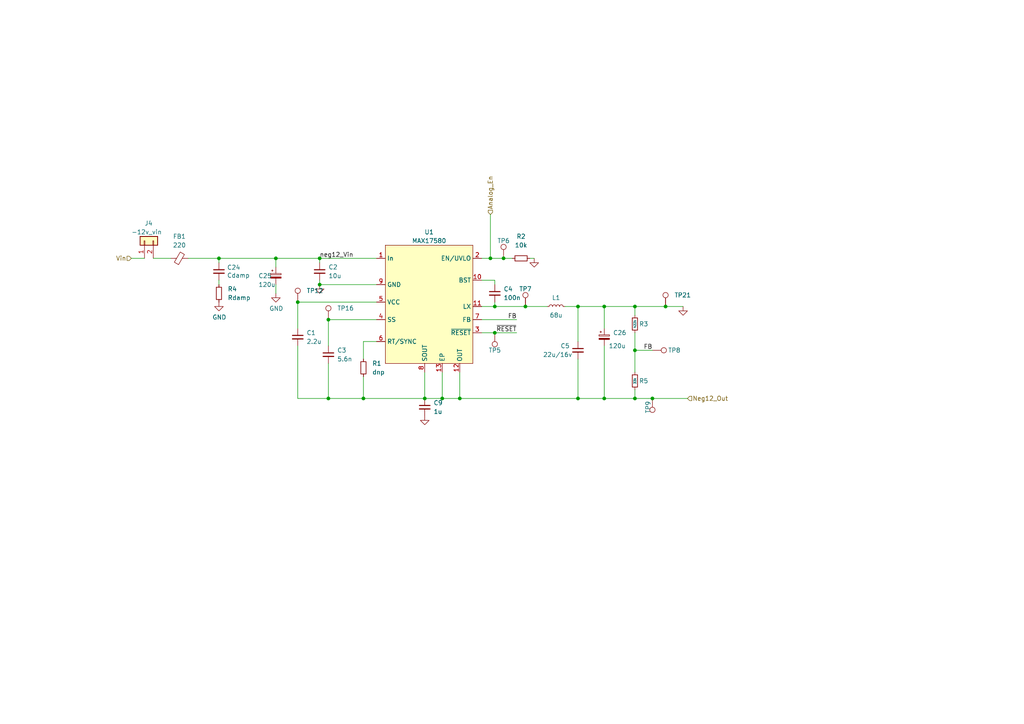
<source format=kicad_sch>
(kicad_sch (version 20211123) (generator eeschema)
  (paper "A4")
  (lib_symbols
    (symbol "Connector_Generic:Conn_01x02" (pin_names (offset 1.016) hide)
      (property "Reference" "J" (at 0 2.54 0))
      (property "Value" "Conn_01x02" (at 0 -5.08 0))
      (symbol "Conn_01x02_1_1"
        (rectangle (start -1.27 -2.413) (end 0 -2.667) (stroke (width 0.1524)))
        (rectangle (start -1.27 0.127) (end 0 -0.127) (stroke (width 0.1524)))
        (rectangle (start -1.27 1.27) (end 1.27 -3.81) (stroke (width 0.254)) (fill (type background)))
        (pin passive line (at -5.08 0 0) (length 3.81) (name "Pin_1") (number "1"))
        (pin passive line (at -5.08 -2.54 0) (length 3.81) (name "Pin_2") (number "2"))
      )
    )
    (symbol "Device:C_Polarized_Small" (pin_numbers hide) (pin_names (offset 0.254) hide)
      (property "Reference" "C" (at 0.254 1.778 0))
      (property "Value" "C_Polarized_Small" (at 0.254 -2.032 0))
      (symbol "C_Polarized_Small_0_1"
        (rectangle (start -1.524 -0.3048) (end 1.524 -0.6858) (fill (type outline)))
        (rectangle (start -1.524 0.6858) (end 1.524 0.3048))
        (polyline (pts (xy -1.27 1.524) (xy -0.762 1.524)))
        (polyline (pts (xy -1.016 1.27) (xy -1.016 1.778)))
      )
      (symbol "C_Polarized_Small_1_1"
        (pin passive line (at 0 2.54 270) (length 1.8542) (name "~") (number "1"))
        (pin passive line (at 0 -2.54 90) (length 1.8542) (name "~") (number "2"))
      )
    )
    (symbol "Device:C_Small" (pin_numbers hide) (pin_names (offset 0.254) hide)
      (property "Reference" "C" (at 0.254 1.778 0))
      (property "Value" "C_Small" (at 0.254 -2.032 0))
      (symbol "C_Small_0_1"
        (polyline (pts (xy -1.524 -0.508) (xy 1.524 -0.508)) (stroke (width 0.3302)))
        (polyline (pts (xy -1.524 0.508) (xy 1.524 0.508)) (stroke (width 0.3048)))
      )
      (symbol "C_Small_1_1"
        (pin passive line (at 0 2.54 270) (length 2.032) (name "~") (number "1"))
        (pin passive line (at 0 -2.54 90) (length 2.032) (name "~") (number "2"))
      )
    )
    (symbol "Device:FerriteBead_Small" (pin_numbers hide) (pin_names (offset 0))
      (property "Reference" "FB" (at 1.905 1.27 0))
      (property "Value" "FerriteBead_Small" (at 1.905 -1.27 0))
      (symbol "FerriteBead_Small_0_1"
        (polyline (pts (xy 0 -1.27) (xy 0 -0.7874)))
        (polyline (pts (xy 0 0.889) (xy 0 1.2954)))
        (polyline (pts (xy -1.8288 0.2794) (xy -1.1176 1.4986) (xy 1.8288 -0.2032) (xy 1.1176 -1.4224) (xy -1.8288 0.2794)))
      )
      (symbol "FerriteBead_Small_1_1"
        (pin passive line (at 0 2.54 270) (length 1.27) (name "~") (number "1"))
        (pin passive line (at 0 -2.54 90) (length 1.27) (name "~") (number "2"))
      )
    )
    (symbol "Device:L_Small" (pin_numbers hide) (pin_names (offset 0.254) hide)
      (property "Reference" "L" (at 0.762 1.016 0))
      (property "Value" "L_Small" (at 0.762 -1.016 0))
      (symbol "L_Small_0_1"
        (arc (start 0 -2.032) (mid 0.508 -1.524) (end 0 -1.016))
        (arc (start 0 -1.016) (mid 0.508 -0.508) (end 0 0))
        (arc (start 0 0) (mid 0.508 0.508) (end 0 1.016))
        (arc (start 0 1.016) (mid 0.508 1.524) (end 0 2.032))
      )
      (symbol "L_Small_1_1"
        (pin passive line (at 0 2.54 270) (length 0.508) (name "~") (number "1"))
        (pin passive line (at 0 -2.54 90) (length 0.508) (name "~") (number "2"))
      )
    )
    (symbol "My Library:C_0805" (pin_numbers hide) (pin_names (offset 0.254) hide)
      (property "Reference" "C" (at 0.254 1.778 0))
      (property "Value" "C_0805" (at 0.254 -2.032 0))
      (symbol "C_0805_0_1"
        (polyline (pts (xy -1.524 -0.508) (xy 1.524 -0.508)) (stroke (width 0.3302)))
        (polyline (pts (xy -1.524 0.508) (xy 1.524 0.508)) (stroke (width 0.3048)))
      )
      (symbol "C_0805_1_1"
        (pin passive line (at 0 2.54 270) (length 2.032) (name "~") (number "1"))
        (pin passive line (at 0 -2.54 90) (length 2.032) (name "~") (number "2"))
      )
    )
    (symbol "My Library:MAX17580"
      (property "Reference" "U1" (at 0 22.86 0))
      (property "Value" "MAX17580" (at 0 20.32 0))
      (symbol "MAX17580_0_1"
        (rectangle (start -12.7 19.05) (end 12.7 -15.24) (fill (type background)))
      )
      (symbol "MAX17580_1_1"
        (pin power_in line (at -15.24 15.24 0) (length 2.54) (name "In") (number "1"))
        (pin input line (at 15.24 8.89 180) (length 2.54) (name "BST") (number "10"))
        (pin output line (at 15.24 1.27 180) (length 2.54) (name "LX") (number "11"))
        (pin power_out line (at 8.89 -17.78 90) (length 2.54) (name "OUT") (number "12"))
        (pin power_in line (at 3.81 -17.78 90) (length 2.54) (name "EP") (number "13"))
        (pin input line (at 15.24 15.24 180) (length 2.54) (name "EN/UVLO") (number "2"))
        (pin output line (at 15.24 -6.35 180) (length 2.54) (name "~{RESET}") (number "3"))
        (pin power_out line (at -15.24 -2.54 0) (length 2.54) (name "SS") (number "4"))
        (pin power_in line (at -15.24 2.54 0) (length 2.54) (name "VCC") (number "5"))
        (pin input line (at -15.24 -8.89 0) (length 2.54) (name "RT/SYNC") (number "6"))
        (pin input line (at 15.24 -2.54 180) (length 2.54) (name "FB") (number "7"))
        (pin power_out line (at -1.27 -17.78 90) (length 2.54) (name "SOUT") (number "8"))
        (pin power_in line (at -15.24 7.62 0) (length 2.54) (name "GND") (number "9"))
      )
    )
    (symbol "My Library:R_0805" (pin_numbers hide) (pin_names (offset 0.254) hide)
      (property "Reference" "R" (at 0.762 0.508 0))
      (property "Value" "R_0805" (at 0.762 -1.016 0))
      (symbol "R_0805_0_1"
        (rectangle (start -0.762 1.778) (end 0.762 -1.778) (stroke (width 0.2032)))
      )
      (symbol "R_0805_1_1"
        (pin passive line (at 0 2.54 270) (length 0.762) (name "~") (number "1"))
        (pin passive line (at 0 -2.54 90) (length 0.762) (name "~") (number "2"))
      )
    )
    (symbol "My Library:TestPoint_Harwin" (pin_numbers hide) (pin_names (offset 0.762) hide)
      (property "Reference" "TP" (at 0 6.858 0))
      (symbol "TestPoint_Harwin_0_1"
        (circle (center 0 3.302) (radius 0.762))
      )
      (symbol "TestPoint_Harwin_1_1"
        (pin passive line (at 0 0 90) (length 2.54) (name "1") (number "1"))
      )
    )
    (symbol "power:GND" (power) (pin_names (offset 0))
      (property "Value" "GND" (at 0 -3.81 0))
      (symbol "GND_0_1"
        (polyline (pts (xy 0 0) (xy 0 -1.27) (xy 1.27 -1.27) (xy 0 -2.54) (xy -1.27 -1.27) (xy 0 -1.27)))
      )
      (symbol "GND_1_1"
        (pin power_in line (at 0 0 270) (length 0) hide (name "GND") (number "1"))
      )
    )
  )
  (junction (at 167.64 115.57))
  (junction (at 184.15 101.6))
  (junction (at 184.15 115.57))
  (junction (at 146.05 74.93))
  (junction (at 63.5 74.93))
  (junction (at 105.41 115.57))
  (junction (at 175.26 88.9))
  (junction (at 128.27 115.57))
  (junction (at 95.25 92.71))
  (junction (at 92.71 74.93))
  (junction (at 86.36 87.63))
  (junction (at 143.51 88.9))
  (junction (at 189.23 115.57))
  (junction (at 184.15 88.9))
  (junction (at 167.64 88.9))
  (junction (at 193.04 88.9))
  (junction (at 123.19 115.57))
  (junction (at 143.51 96.52))
  (junction (at 142.24 74.93))
  (junction (at 80.01 74.93))
  (junction (at 133.35 115.57))
  (junction (at 152.4 88.9))
  (junction (at 175.26 115.57))
  (junction (at 92.71 82.55))
  (junction (at 95.25 115.57))
  (wire (pts (xy 63.5 81.28) (xy 63.5 82.55)))
  (wire (pts (xy 143.51 88.9) (xy 139.7 88.9)))
  (wire (pts (xy 86.36 87.63) (xy 109.22 87.63)))
  (wire (pts (xy 92.71 82.55) (xy 109.22 82.55)))
  (wire (pts (xy 143.51 81.28) (xy 143.51 82.55)))
  (wire (pts (xy 92.71 74.93) (xy 92.71 76.2)))
  (wire (pts (xy 139.7 92.71) (xy 149.86 92.71)))
  (wire (pts (xy 184.15 115.57) (xy 189.23 115.57)))
  (wire (pts (xy 167.64 115.57) (xy 167.64 104.14)))
  (wire (pts (xy 80.01 74.93) (xy 92.71 74.93)))
  (wire (pts (xy 133.35 115.57) (xy 167.64 115.57)))
  (wire (pts (xy 142.24 74.93) (xy 146.05 74.93)))
  (wire (pts (xy 38.1 74.93) (xy 41.91 74.93)))
  (wire (pts (xy 184.15 101.6) (xy 189.23 101.6)))
  (wire (pts (xy 143.51 87.63) (xy 143.51 88.9)))
  (wire (pts (xy 167.64 88.9) (xy 175.26 88.9)))
  (wire (pts (xy 133.35 107.95) (xy 133.35 115.57)))
  (wire (pts (xy 184.15 113.03) (xy 184.15 115.57)))
  (wire (pts (xy 139.7 81.28) (xy 143.51 81.28)))
  (wire (pts (xy 128.27 115.57) (xy 133.35 115.57)))
  (wire (pts (xy 175.26 88.9) (xy 184.15 88.9)))
  (wire (pts (xy 63.5 74.93) (xy 63.5 76.2)))
  (wire (pts (xy 163.83 88.9) (xy 167.64 88.9)))
  (wire (pts (xy 153.67 74.93) (xy 154.94 74.93)))
  (wire (pts (xy 105.41 99.06) (xy 105.41 104.14)))
  (wire (pts (xy 142.24 62.23) (xy 142.24 74.93)))
  (wire (pts (xy 44.45 74.93) (xy 49.53 74.93)))
  (wire (pts (xy 184.15 88.9) (xy 193.04 88.9)))
  (wire (pts (xy 54.61 74.93) (xy 63.5 74.93)))
  (wire (pts (xy 184.15 101.6) (xy 184.15 107.95)))
  (wire (pts (xy 167.64 88.9) (xy 167.64 99.06)))
  (wire (pts (xy 175.26 88.9) (xy 175.26 95.25)))
  (wire (pts (xy 143.51 96.52) (xy 149.86 96.52)))
  (wire (pts (xy 175.26 100.33) (xy 175.26 115.57)))
  (wire (pts (xy 80.01 74.93) (xy 80.01 77.47)))
  (wire (pts (xy 143.51 88.9) (xy 152.4 88.9)))
  (wire (pts (xy 105.41 115.57) (xy 123.19 115.57)))
  (wire (pts (xy 105.41 109.22) (xy 105.41 115.57)))
  (wire (pts (xy 123.19 107.95) (xy 123.19 115.57)))
  (wire (pts (xy 63.5 74.93) (xy 80.01 74.93)))
  (wire (pts (xy 86.36 115.57) (xy 95.25 115.57)))
  (wire (pts (xy 193.04 88.9) (xy 198.12 88.9)))
  (wire (pts (xy 80.01 82.55) (xy 80.01 85.09)))
  (wire (pts (xy 175.26 115.57) (xy 184.15 115.57)))
  (wire (pts (xy 92.71 74.93) (xy 109.22 74.93)))
  (wire (pts (xy 128.27 107.95) (xy 128.27 115.57)))
  (wire (pts (xy 123.19 115.57) (xy 128.27 115.57)))
  (wire (pts (xy 95.25 115.57) (xy 105.41 115.57)))
  (wire (pts (xy 146.05 74.93) (xy 148.59 74.93)))
  (wire (pts (xy 95.25 100.33) (xy 95.25 92.71)))
  (wire (pts (xy 95.25 105.41) (xy 95.25 115.57)))
  (wire (pts (xy 109.22 99.06) (xy 105.41 99.06)))
  (wire (pts (xy 167.64 115.57) (xy 175.26 115.57)))
  (wire (pts (xy 92.71 81.28) (xy 92.71 82.55)))
  (wire (pts (xy 184.15 96.52) (xy 184.15 101.6)))
  (wire (pts (xy 184.15 88.9) (xy 184.15 91.44)))
  (wire (pts (xy 86.36 100.33) (xy 86.36 115.57)))
  (wire (pts (xy 95.25 92.71) (xy 109.22 92.71)))
  (wire (pts (xy 152.4 88.9) (xy 158.75 88.9)))
  (wire (pts (xy 189.23 115.57) (xy 199.39 115.57)))
  (wire (pts (xy 139.7 96.52) (xy 143.51 96.52)))
  (wire (pts (xy 86.36 87.63) (xy 86.36 95.25)))
  (wire (pts (xy 139.7 74.93) (xy 142.24 74.93)))
  (label "FB" (at 149.86 92.71 180))
  (label "neg12_Vin" (at 92.71 74.93 0))
  (label "~{RESET}" (at 149.86 96.52 180))
  (label "FB" (at 189.23 101.6 180))
  (hierarchical_label "Analog_En" (shape input) (at 142.24 62.23 90))
  (hierarchical_label "Vin" (shape input) (at 38.1 74.93 180))
  (hierarchical_label "Neg12_Out" (shape input) (at 199.39 115.57 0))
  (symbol (lib_id "My Library:TestPoint_Harwin") (at 146.05 74.93 0) (unit 1)
    (property "Reference" "TP6" (at 146.05 69.85 0))
    (property "Value" "TestPoint_Harwin" (effects hide))
    (property "Footprint" "TestPoint:TestPoint_Pad_1.0x1.0mm" (effects hide))
  )
  (symbol (lib_id "My Library:C_0805") (at 92.71 78.74 0) (unit 1)
    (property "Reference" "C2" (at 95.25 77.4762 0) (effects (justify left)))
    (property "Value" "10u" (at 95.25 80.0162 0) (effects (justify left)))
    (property "Footprint" "Capacitor_SMD:C_0805_2012Metric" (effects hide))
  )
  (symbol (lib_id "Device:C_Polarized_Small") (at 80.01 80.01 0) (unit 1)
    (property "Reference" "C25" (at 74.93 80.01 0) (effects (justify left)))
    (property "Value" "120u" (at 74.93 82.55 0) (effects (justify left)))
    (property "Footprint" "Capacitor_THT:CP_Radial_D8.0mm_P3.80mm" (effects hide))
  )
  (symbol (lib_id "power:GND") (at 63.5 87.63 0) (unit 1)
    (property "Reference" "#PWR0128" (effects hide))
    (property "Value" "GND" (at 63.627 92.0242 0))
  )
  (symbol (lib_id "Device:FerriteBead_Small") (at 52.07 74.93 90) (unit 1)
    (property "Reference" "FB1" (at 52.0319 68.58 90))
    (property "Value" "220" (at 52.0319 71.12 90))
    (property "Footprint" "Inductor_SMD:L_0603_1608Metric_Pad1.05x0.95mm_HandSolder" (effects hide))
  )
  (symbol (lib_id "power:GND") (at 154.94 74.93 0) (unit 1)
    (property "Reference" "#PWR0101" (effects hide))
    (property "Value" "GND" (effects hide))
  )
  (symbol (lib_id "My Library:TestPoint_Harwin") (at 189.23 101.6 270) (unit 1)
    (property "Reference" "TP8" (at 195.58 101.6 90))
    (property "Value" "TestPoint_Harwin" (effects hide))
    (property "Footprint" "TestPoint:TestPoint_Pad_1.0x1.0mm" (effects hide))
  )
  (symbol (lib_id "Device:C_Polarized_Small") (at 175.26 97.79 0) (unit 1)
    (property "Reference" "C26" (at 177.8 96.52 0) (effects (justify left)))
    (property "Value" "120u" (at 176.53 100.33 0) (effects (justify left)))
    (property "Footprint" "Capacitor_THT:CP_Radial_D8.0mm_P3.80mm" (effects hide))
  )
  (symbol (lib_id "My Library:TestPoint_Harwin") (at 189.23 115.57 180) (unit 1)
    (property "Reference" "TP9" (at 187.96 118.11 90))
    (property "Value" "TestPoint_Harwin" (effects hide))
    (property "Footprint" "My Libraries:Harwin-S1751-46-Test-Point" (effects hide))
  )
  (symbol (lib_id "Device:L_Small") (at 161.29 88.9 90) (unit 1)
    (property "Reference" "L1" (at 161.29 86.36 90))
    (property "Value" "68u" (at 161.29 91.44 90))
    (property "Footprint" "Inductor_SMD:L_Taiyo-Yuden_NR-80xx" (effects hide))
    (property "MFN" "NR8040T680M" (effects hide))
  )
  (symbol (lib_id "power:GND") (at 92.71 82.55 0) (unit 1)
    (property "Reference" "#PWR0102" (effects hide))
    (property "Value" "GND" (effects hide))
  )
  (symbol (lib_id "My Library:C_0805") (at 123.19 118.11 0) (unit 1)
    (property "Reference" "C9" (at 125.73 116.8462 0) (effects (justify left)))
    (property "Value" "1u" (at 125.73 119.3862 0) (effects (justify left)))
    (property "Footprint" "Capacitor_SMD:C_0805_2012Metric" (effects hide))
  )
  (symbol (lib_id "My Library:C_0805") (at 167.64 101.6 0) (unit 1)
    (property "Reference" "C5" (at 162.56 100.33 0) (effects (justify left)))
    (property "Value" "22u/16v" (at 157.48 102.87 0) (effects (justify left)))
    (property "Footprint" "Capacitor_SMD:C_0805_2012Metric" (effects hide))
  )
  (symbol (lib_id "power:GND") (at 198.12 88.9 0) (unit 1)
    (property "Reference" "#PWR0103" (effects hide))
    (property "Value" "GND" (effects hide))
  )
  (symbol (lib_id "My Library:R_0805") (at 184.15 93.98 180) (unit 1)
    (property "Reference" "R3" (at 186.69 93.98 0))
    (property "Value" "422k" (at 184.15 93.98 90) (effects (font (size 0.635 0.635))))
    (property "Footprint" "Resistor_SMD:R_0805_2012Metric" (effects hide))
  )
  (symbol (lib_id "My Library:R_0805") (at 184.15 110.49 180) (unit 1)
    (property "Reference" "R5" (at 186.69 110.49 0))
    (property "Value" "33k" (at 184.15 110.49 90) (effects (font (size 0.635 0.635))))
    (property "Footprint" "Resistor_SMD:R_0805_2012Metric" (effects hide))
  )
  (symbol (lib_id "My Library:TestPoint_Harwin") (at 152.4 88.9 0) (unit 1)
    (property "Reference" "TP7" (at 152.4 83.82 0))
    (property "Value" "TestPoint_Harwin" (effects hide))
    (property "Footprint" "My Libraries:Harwin-S1751-46-Test-Point" (effects hide))
  )
  (symbol (lib_id "My Library:C_0805") (at 143.51 85.09 0) (unit 1)
    (property "Reference" "C4" (at 146.05 83.8262 0) (effects (justify left)))
    (property "Value" "100n" (at 146.05 86.3662 0) (effects (justify left)))
    (property "Footprint" "Capacitor_SMD:C_0603_1608Metric" (effects hide))
  )
  (symbol (lib_id "My Library:TestPoint_Harwin") (at 193.04 88.9 0) (unit 1)
    (property "Reference" "TP21" (at 195.58 85.5979 0) (effects (justify left)))
    (property "Value" "TestPoint_Harwin" (effects hide))
    (property "Footprint" "TestPoint:TestPoint_Pad_1.0x1.0mm" (effects hide))
  )
  (symbol (lib_id "My Library:C_0805") (at 86.36 97.79 0) (unit 1)
    (property "Reference" "C1" (at 88.9 96.5262 0) (effects (justify left)))
    (property "Value" "2.2u" (at 88.9 99.0662 0) (effects (justify left)))
    (property "Footprint" "Capacitor_SMD:C_0603_1608Metric" (effects hide))
  )
  (symbol (lib_id "My Library:R_0805") (at 105.41 106.68 0) (unit 1)
    (property "Reference" "R1" (at 107.95 105.4099 0) (effects (justify left)))
    (property "Value" "dnp" (at 107.95 107.9499 0) (effects (justify left)))
    (property "Footprint" "Resistor_SMD:R_0402_1005Metric" (effects hide))
  )
  (symbol (lib_id "My Library:C_0805") (at 95.25 102.87 0) (unit 1)
    (property "Reference" "C3" (at 97.79 101.6062 0) (effects (justify left)))
    (property "Value" "5.6n" (at 97.79 104.1462 0) (effects (justify left)))
    (property "Footprint" "Capacitor_SMD:C_0603_1608Metric" (effects hide))
  )
  (symbol (lib_id "My Library:R_0805") (at 63.5 85.09 180) (unit 1)
    (property "Reference" "R4" (at 66.04 83.8199 0) (effects (justify right)))
    (property "Value" "Rdamp" (at 66.04 86.3599 0) (effects (justify right)))
    (property "Footprint" "Resistor_SMD:R_0805_2012Metric_Pad1.20x1.40mm_HandSolder" (effects hide))
  )
  (symbol (lib_id "power:GND") (at 80.01 85.09 0) (unit 1)
    (property "Reference" "#PWR0129" (effects hide))
    (property "Value" "GND" (at 80.137 89.4842 0))
  )
  (symbol (lib_id "My Library:TestPoint_Harwin") (at 95.25 92.71 0) (unit 1)
    (property "Reference" "TP16" (at 97.79 89.4079 0) (effects (justify left)))
    (property "Value" "TestPoint_Harwin" (effects hide))
    (property "Footprint" "TestPoint:TestPoint_Pad_1.0x1.0mm" (effects hide))
  )
  (symbol (lib_id "My Library:TestPoint_Harwin") (at 86.36 87.63 0) (unit 1)
    (property "Reference" "TP12" (at 88.9 84.3279 0) (effects (justify left)))
    (property "Value" "TestPoint_Harwin" (effects hide))
    (property "Footprint" "TestPoint:TestPoint_Pad_1.0x1.0mm" (effects hide))
  )
  (symbol (lib_id "My Library:TestPoint_Harwin") (at 143.51 96.52 180) (unit 1)
    (property "Reference" "TP5" (at 143.51 101.6 0))
    (property "Value" "TestPoint_Harwin" (effects hide))
    (property "Footprint" "TestPoint:TestPoint_Pad_1.0x1.0mm" (effects hide))
  )
  (symbol (lib_id "Device:C_Small") (at 63.5 78.74 0) (unit 1)
    (property "Reference" "C24" (at 65.8368 77.5716 0) (effects (justify left)))
    (property "Value" "Cdamp" (at 65.8368 79.883 0) (effects (justify left)))
    (property "Footprint" "Capacitor_SMD:C_0805_2012Metric_Pad1.18x1.45mm_HandSolder" (effects hide))
    (property "ESR" "2.05 mOhm" (effects hide))
  )
  (symbol (lib_id "My Library:R_0805") (at 151.13 74.93 90) (unit 1)
    (property "Reference" "R2" (at 151.13 68.58 90))
    (property "Value" "10k" (at 151.13 71.12 90))
    (property "Footprint" "Resistor_SMD:R_0805_2012Metric" (effects hide))
  )
  (symbol (lib_id "power:GND") (at 123.19 120.65 0) (unit 1)
    (property "Reference" "#PWR0119" (effects hide))
    (property "Value" "GND" (effects hide))
  )
  (symbol (lib_id "Connector_Generic:Conn_01x02") (at 41.91 69.85 90) (unit 1)
    (property "Reference" "J4" (at 41.91 64.77 90) (effects (justify right)))
    (property "Value" "-12v_vin" (at 38.1 67.31 90) (effects (justify right)))
    (property "Footprint" "Connector_PinHeader_2.54mm:PinHeader_1x02_P2.54mm_Vertical" (effects hide))
  )
  (symbol (lib_id "My Library:MAX17580") (at 124.46 90.17 0) (unit 1)
    (property "Reference" "U1" (at 124.46 67.31 0))
    (property "Value" "MAX17580" (at 124.46 69.85 0))
    (property "Footprint" "Package_DFN_QFN:DFN-12-1EP_3x3mm_P0.5mm_EP2.05x2.86mm" (effects hide))
  )
)
</source>
